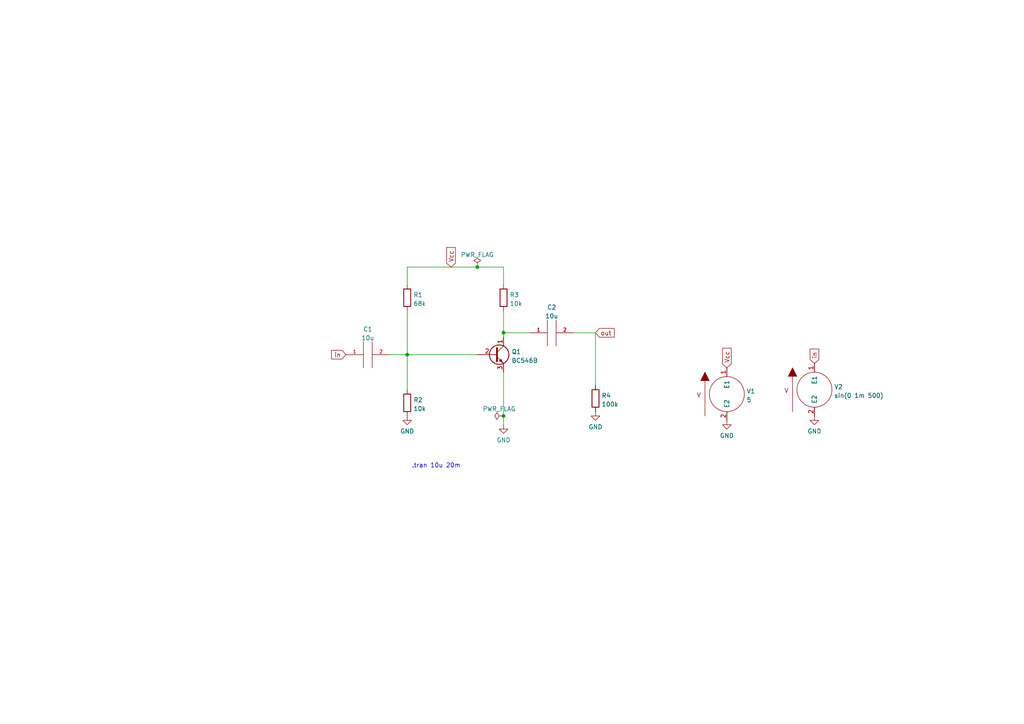
<source format=kicad_sch>
(kicad_sch (version 20211123) (generator eeschema)
  (paper "A4")
  (lib_symbols
    (symbol "Device:Q_NPN_CBE" (pin_names (offset 0) hide)
      (property "Reference" "Q" (at 5.08 1.27 0))
      (property "Value" "Q_NPN_CBE" (at 5.08 -1.27 0))
      (symbol "Q_NPN_CBE_0_1"
        (polyline (pts (xy 0.635 0.635) (xy 2.54 2.54)))
        (polyline (pts (xy 0.635 -0.635) (xy 2.54 -2.54) (xy 2.54 -2.54)))
        (polyline (pts (xy 0.635 1.905) (xy 0.635 -1.905) (xy 0.635 -1.905)) (stroke (width 0.508)))
        (polyline (pts (xy 1.27 -1.778) (xy 1.778 -1.27) (xy 2.286 -2.286) (xy 1.27 -1.778) (xy 1.27 -1.778)) (fill (type outline)))
        (circle (center 1.27 0) (radius 2.8194) (stroke (width 0.254)))
      )
      (symbol "Q_NPN_CBE_1_1"
        (pin passive line (at 2.54 5.08 270) (length 2.54) (name "C") (number "1"))
        (pin input line (at -5.08 0 0) (length 5.715) (name "B") (number "2"))
        (pin passive line (at 2.54 -5.08 90) (length 2.54) (name "E") (number "3"))
      )
    )
    (symbol "Device:R" (pin_numbers hide) (pin_names (offset 0))
      (property "Reference" "R" (at 2.032 0 90))
      (property "Value" "R" (at 0 0 90))
      (symbol "R_0_1"
        (rectangle (start -1.016 -2.54) (end 1.016 2.54) (stroke (width 0.254)))
      )
      (symbol "R_1_1"
        (pin passive line (at 0 3.81 270) (length 1.27) (name "~") (number "1"))
        (pin passive line (at 0 -3.81 90) (length 1.27) (name "~") (number "2"))
      )
    )
    (symbol "power:GND" (power) (pin_names (offset 0))
      (property "Value" "GND" (at 0 -3.81 0))
      (symbol "GND_0_1"
        (polyline (pts (xy 0 0) (xy 0 -1.27) (xy 1.27 -1.27) (xy 0 -2.54) (xy -1.27 -1.27) (xy 0 -1.27)))
      )
      (symbol "GND_1_1"
        (pin power_in line (at 0 0 270) (length 0) hide (name "GND") (number "1"))
      )
    )
    (symbol "power:PWR_FLAG" (power) (pin_numbers hide) (pin_names (offset 0) hide)
      (property "Value" "PWR_FLAG" (at 0 3.81 0))
      (symbol "PWR_FLAG_0_0"
        (pin power_out line (at 0 0 90) (length 0) (name "pwr") (number "1"))
      )
      (symbol "PWR_FLAG_0_1"
        (polyline (pts (xy 0 0) (xy 0 1.27) (xy -1.016 1.905) (xy 0 2.54) (xy 1.016 1.905) (xy 0 1.27)))
      )
    )
    (symbol "pspice:C" (pin_names (offset 0.254))
      (property "Reference" "C" (at 2.54 3.81 90))
      (property "Value" "C" (at 2.54 -3.81 90))
      (symbol "C_0_1"
        (polyline (pts (xy -3.81 -1.27) (xy 3.81 -1.27)))
        (polyline (pts (xy -3.81 1.27) (xy 3.81 1.27)))
      )
      (symbol "C_1_1"
        (pin passive line (at 0 6.35 270) (length 5.08) (name "~") (number "1"))
        (pin passive line (at 0 -6.35 90) (length 5.08) (name "~") (number "2"))
      )
    )
    (symbol "pspice:VSOURCE" (pin_names (offset 1.016))
      (property "Reference" "V" (at -6.35 7.62 0))
      (property "Value" "VSOURCE" (at 0 0 0))
      (symbol "VSOURCE_0_1"
        (polyline (pts (xy -6.35 -6.35) (xy -6.35 3.81)) (fill (type outline)))
        (polyline (pts (xy -7.62 3.81) (xy -6.35 6.35) (xy -5.08 3.81)) (fill (type outline)))
        (circle (center 0 0) (radius 5.08))
        (text "V" (at -8.128 -0.254 0) (effects (font (size 1.27 1.27))))
      )
      (symbol "VSOURCE_1_1"
        (pin input line (at 0 7.62 270) (length 2.54) (name "E1") (number "1"))
        (pin input line (at 0 -7.62 90) (length 2.54) (name "E2") (number "2"))
      )
    )
  )
  (junction (at 118.11 102.87))
  (junction (at 138.43 77.47))
  (junction (at 146.05 120.65))
  (junction (at 146.05 96.52))
  (wire (pts (xy 146.05 90.17) (xy 146.05 96.52)))
  (wire (pts (xy 166.37 96.52) (xy 172.72 96.52)))
  (wire (pts (xy 146.05 96.52) (xy 146.05 97.79)))
  (wire (pts (xy 153.67 96.52) (xy 146.05 96.52)))
  (wire (pts (xy 118.11 102.87) (xy 118.11 113.03)))
  (wire (pts (xy 118.11 90.17) (xy 118.11 102.87)))
  (wire (pts (xy 172.72 96.52) (xy 172.72 111.76)))
  (wire (pts (xy 146.05 77.47) (xy 146.05 82.55)))
  (wire (pts (xy 138.43 77.47) (xy 146.05 77.47)))
  (wire (pts (xy 113.03 102.87) (xy 118.11 102.87)))
  (wire (pts (xy 118.11 82.55) (xy 118.11 77.47)))
  (wire (pts (xy 118.11 77.47) (xy 138.43 77.47)))
  (wire (pts (xy 146.05 120.65) (xy 146.05 123.19)))
  (wire (pts (xy 146.05 107.95) (xy 146.05 120.65)))
  (wire (pts (xy 118.11 102.87) (xy 138.43 102.87)))
  (text ".tran 10u 20m" (at 119.38 135.89 0) (effects (font (size 1.27 1.27)) (justify left bottom)))
  (global_label "Vcc" (shape input) (at 210.82 106.68 90) (property "Referencias entre hojas" "${INTERSHEET_REFS}" (effects hide)))
  (global_label "out" (shape input) (at 172.72 96.52 0) (property "Referencias entre hojas" "${INTERSHEET_REFS}" (effects hide)))
  (global_label "Vcc" (shape input) (at 130.81 77.47 90) (property "Referencias entre hojas" "${INTERSHEET_REFS}" (effects hide)))
  (global_label "in" (shape input) (at 236.22 105.41 90) (property "Referencias entre hojas" "${INTERSHEET_REFS}" (effects hide)))
  (global_label "in" (shape input) (at 100.33 102.87 180) (property "Referencias entre hojas" "${INTERSHEET_REFS}" (effects hide)))
  (symbol (lib_id "power:GND") (at 146.05 123.19 0) (unit 1)
    (property "Reference" "#PWR02" (effects hide))
    (property "Value" "GND" (at 146.05 127.6334 0))
  )
  (symbol (lib_id "Device:R") (at 172.72 115.57 0) (unit 1)
    (property "Reference" "R4" (at 174.498 114.7353 0) (effects (justify left)))
    (property "Value" "100k" (at 174.498 117.2722 0) (effects (justify left)))
  )
  (symbol (lib_id "power:GND") (at 236.22 120.65 0) (unit 1)
    (property "Reference" "#PWR05" (effects hide))
    (property "Value" "GND" (at 236.22 125.0934 0))
  )
  (symbol (lib_id "pspice:C") (at 106.68 102.87 90) (unit 1)
    (property "Reference" "C1" (at 106.68 95.4872 90))
    (property "Value" "10u" (at 106.68 98.0241 90))
  )
  (symbol (lib_id "pspice:VSOURCE") (at 236.22 113.03 0) (unit 1)
    (property "Reference" "V2" (at 241.9349 112.1953 0) (effects (justify left)))
    (property "Value" "sin(0 1m 500)" (at 241.9349 114.7322 0) (effects (justify left)))
  )
  (symbol (lib_id "power:GND") (at 172.72 119.38 0) (unit 1)
    (property "Reference" "#PWR03" (effects hide))
    (property "Value" "GND" (at 172.72 123.8234 0))
  )
  (symbol (lib_id "Device:R") (at 118.11 116.84 0) (unit 1)
    (property "Reference" "R2" (at 119.888 116.0053 0) (effects (justify left)))
    (property "Value" "10k" (at 119.888 118.5422 0) (effects (justify left)))
  )
  (symbol (lib_id "power:PWR_FLAG") (at 146.05 120.65 90) (unit 1)
    (property "Reference" "#FLG0102" (effects hide))
    (property "Value" "PWR_FLAG" (at 144.78 118.5982 90))
  )
  (symbol (lib_id "power:PWR_FLAG") (at 138.43 77.47 0) (unit 1)
    (property "Reference" "#FLG0101" (effects hide))
    (property "Value" "PWR_FLAG" (at 138.43 73.8942 0))
  )
  (symbol (lib_id "power:GND") (at 210.82 121.92 0) (unit 1)
    (property "Reference" "#PWR04" (effects hide))
    (property "Value" "GND" (at 210.82 126.3634 0))
  )
  (symbol (lib_id "Device:R") (at 118.11 86.36 0) (unit 1)
    (property "Reference" "R1" (at 119.888 85.5253 0) (effects (justify left)))
    (property "Value" "68k" (at 119.888 88.0622 0) (effects (justify left)))
  )
  (symbol (lib_id "Device:Q_NPN_CBE") (at 143.51 102.87 0) (unit 1)
    (property "Reference" "Q1" (at 148.3614 102.0353 0) (effects (justify left)))
    (property "Value" "BC546B" (at 148.3614 104.5722 0) (effects (justify left)))
    (property "Spice_Primitive" "Q" (effects hide))
    (property "Spice_Model" "BC546B" (effects hide))
    (property "Spice_Netlist_Enabled" "Y" (effects hide))
    (property "Spice_Lib_File" "BC546.lib" (effects hide))
  )
  (symbol (lib_id "Device:R") (at 146.05 86.36 0) (unit 1)
    (property "Reference" "R3" (at 147.828 85.5253 0) (effects (justify left)))
    (property "Value" "10k" (at 147.828 88.0622 0) (effects (justify left)))
  )
  (symbol (lib_id "power:GND") (at 118.11 120.65 0) (unit 1)
    (property "Reference" "#PWR01" (effects hide))
    (property "Value" "GND" (at 118.11 125.0934 0))
  )
  (symbol (lib_id "pspice:C") (at 160.02 96.52 90) (unit 1)
    (property "Reference" "C2" (at 160.02 89.1372 90))
    (property "Value" "10u" (at 160.02 91.6741 90))
  )
  (symbol (lib_id "pspice:VSOURCE") (at 210.82 114.3 0) (unit 1)
    (property "Reference" "V1" (at 216.535 113.4653 0) (effects (justify left)))
    (property "Value" "5" (at 216.535 116.0022 0) (effects (justify left)))
  )
)
</source>
